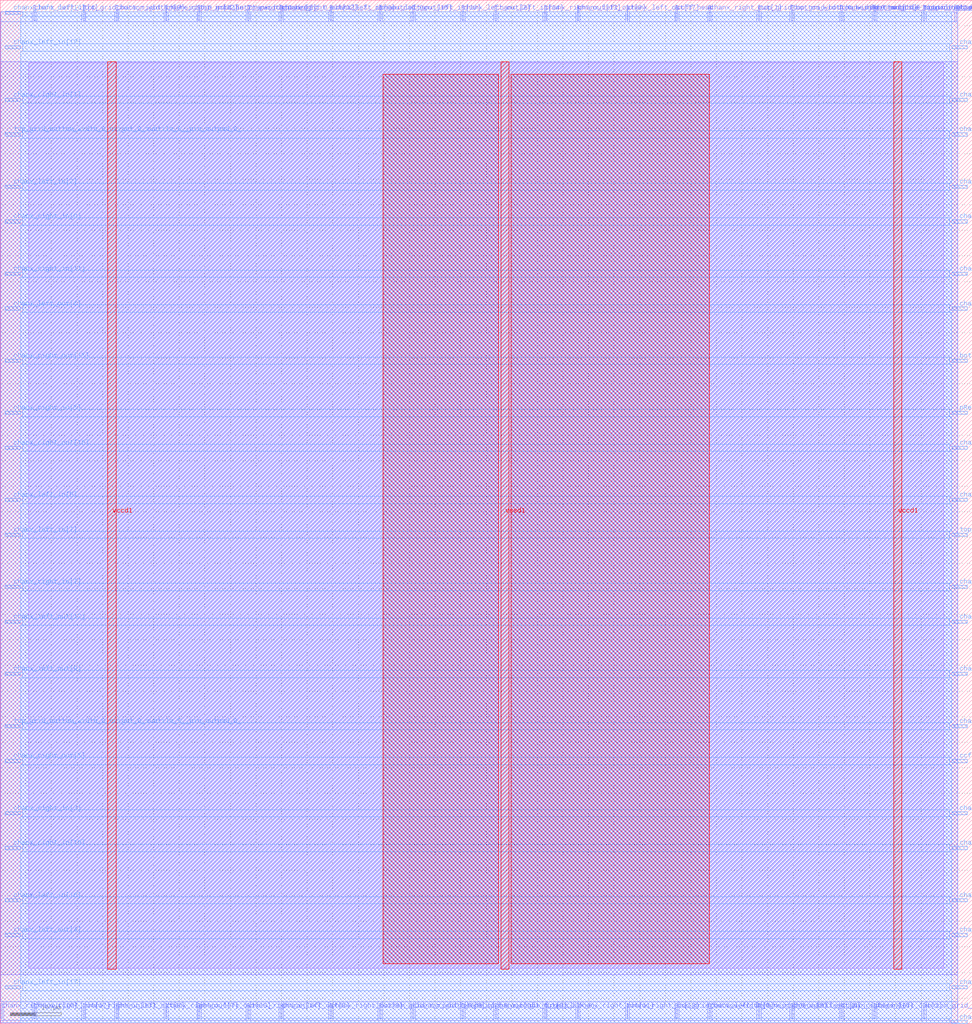
<source format=lef>
VERSION 5.7 ;
  NOWIREEXTENSIONATPIN ON ;
  DIVIDERCHAR "/" ;
  BUSBITCHARS "[]" ;
MACRO cbx_1__4_
  CLASS BLOCK ;
  FOREIGN cbx_1__4_ ;
  ORIGIN 0.000 0.000 ;
  SIZE 190.000 BY 200.000 ;
  PIN bottom_grid_top_width_0_height_0_subtile_0__pin_I_0_
    DIRECTION OUTPUT TRISTATE ;
    USE SIGNAL ;
    PORT
      LAYER met2 ;
        RECT 170.750 196.000 171.030 199.000 ;
    END
  END bottom_grid_top_width_0_height_0_subtile_0__pin_I_0_
  PIN bottom_grid_top_width_0_height_0_subtile_0__pin_I_4_
    DIRECTION OUTPUT TRISTATE ;
    USE SIGNAL ;
    PORT
      LAYER met3 ;
        RECT 186.000 129.240 189.000 129.840 ;
    END
  END bottom_grid_top_width_0_height_0_subtile_0__pin_I_4_
  PIN bottom_grid_top_width_0_height_0_subtile_0__pin_I_8_
    DIRECTION OUTPUT TRISTATE ;
    USE SIGNAL ;
    PORT
      LAYER met2 ;
        RECT 180.410 1.000 180.690 4.000 ;
    END
  END bottom_grid_top_width_0_height_0_subtile_0__pin_I_8_
  PIN bottom_grid_top_width_0_height_0_subtile_0__pin_clk_0_
    DIRECTION OUTPUT TRISTATE ;
    USE SIGNAL ;
    PORT
      LAYER met2 ;
        RECT 74.150 1.000 74.430 4.000 ;
    END
  END bottom_grid_top_width_0_height_0_subtile_0__pin_clk_0_
  PIN ccff_head
    DIRECTION INPUT ;
    USE SIGNAL ;
    PORT
      LAYER met2 ;
        RECT 132.110 196.000 132.390 199.000 ;
    END
  END ccff_head
  PIN ccff_tail
    DIRECTION OUTPUT TRISTATE ;
    USE SIGNAL ;
    PORT
      LAYER met3 ;
        RECT 186.000 51.040 189.000 51.640 ;
    END
  END ccff_tail
  PIN chanx_left_in[0]
    DIRECTION INPUT ;
    USE SIGNAL ;
    PORT
      LAYER met2 ;
        RECT 64.490 196.000 64.770 199.000 ;
    END
  END chanx_left_in[0]
  PIN chanx_left_in[10]
    DIRECTION INPUT ;
    USE SIGNAL ;
    PORT
      LAYER met2 ;
        RECT 80.590 196.000 80.870 199.000 ;
    END
  END chanx_left_in[10]
  PIN chanx_left_in[11]
    DIRECTION INPUT ;
    USE SIGNAL ;
    PORT
      LAYER met3 ;
        RECT 186.000 139.440 189.000 140.040 ;
    END
  END chanx_left_in[11]
  PIN chanx_left_in[12]
    DIRECTION INPUT ;
    USE SIGNAL ;
    PORT
      LAYER met3 ;
        RECT 1.000 190.440 4.000 191.040 ;
    END
  END chanx_left_in[12]
  PIN chanx_left_in[13]
    DIRECTION INPUT ;
    USE SIGNAL ;
    PORT
      LAYER met3 ;
        RECT 186.000 156.440 189.000 157.040 ;
    END
  END chanx_left_in[13]
  PIN chanx_left_in[14]
    DIRECTION INPUT ;
    USE SIGNAL ;
    PORT
      LAYER met2 ;
        RECT 96.690 196.000 96.970 199.000 ;
    END
  END chanx_left_in[14]
  PIN chanx_left_in[15]
    DIRECTION INPUT ;
    USE SIGNAL ;
    PORT
      LAYER met3 ;
        RECT 186.000 173.440 189.000 174.040 ;
    END
  END chanx_left_in[15]
  PIN chanx_left_in[16]
    DIRECTION INPUT ;
    USE SIGNAL ;
    PORT
      LAYER met3 ;
        RECT 1.000 23.840 4.000 24.440 ;
    END
  END chanx_left_in[16]
  PIN chanx_left_in[17]
    DIRECTION INPUT ;
    USE SIGNAL ;
    PORT
      LAYER met3 ;
        RECT 1.000 6.840 4.000 7.440 ;
    END
  END chanx_left_in[17]
  PIN chanx_left_in[18]
    DIRECTION INPUT ;
    USE SIGNAL ;
    PORT
      LAYER met3 ;
        RECT 186.000 180.240 189.000 180.840 ;
    END
  END chanx_left_in[18]
  PIN chanx_left_in[1]
    DIRECTION INPUT ;
    USE SIGNAL ;
    PORT
      LAYER met3 ;
        RECT 186.000 163.240 189.000 163.840 ;
    END
  END chanx_left_in[1]
  PIN chanx_left_in[2]
    DIRECTION INPUT ;
    USE SIGNAL ;
    PORT
      LAYER met3 ;
        RECT 1.000 163.240 4.000 163.840 ;
    END
  END chanx_left_in[2]
  PIN chanx_left_in[3]
    DIRECTION INPUT ;
    USE SIGNAL ;
    PORT
      LAYER met3 ;
        RECT 186.000 23.840 189.000 24.440 ;
    END
  END chanx_left_in[3]
  PIN chanx_left_in[4]
    DIRECTION INPUT ;
    USE SIGNAL ;
    PORT
      LAYER met2 ;
        RECT 6.530 196.000 6.810 199.000 ;
    END
  END chanx_left_in[4]
  PIN chanx_left_in[5]
    DIRECTION INPUT ;
    USE SIGNAL ;
    PORT
      LAYER met3 ;
        RECT 1.000 102.040 4.000 102.640 ;
    END
  END chanx_left_in[5]
  PIN chanx_left_in[6]
    DIRECTION INPUT ;
    USE SIGNAL ;
    PORT
      LAYER met2 ;
        RECT 138.550 1.000 138.830 4.000 ;
    END
  END chanx_left_in[6]
  PIN chanx_left_in[7]
    DIRECTION INPUT ;
    USE SIGNAL ;
    PORT
      LAYER met3 ;
        RECT 1.000 95.240 4.000 95.840 ;
    END
  END chanx_left_in[7]
  PIN chanx_left_in[8]
    DIRECTION INPUT ;
    USE SIGNAL ;
    PORT
      LAYER met3 ;
        RECT 186.000 146.240 189.000 146.840 ;
    END
  END chanx_left_in[8]
  PIN chanx_left_in[9]
    DIRECTION INPUT ;
    USE SIGNAL ;
    PORT
      LAYER met3 ;
        RECT 186.000 0.040 189.000 0.640 ;
    END
  END chanx_left_in[9]
  PIN chanx_left_out[0]
    DIRECTION OUTPUT TRISTATE ;
    USE SIGNAL ;
    PORT
      LAYER met2 ;
        RECT 112.790 196.000 113.070 199.000 ;
    END
  END chanx_left_out[0]
  PIN chanx_left_out[10]
    DIRECTION OUTPUT TRISTATE ;
    USE SIGNAL ;
    PORT
      LAYER met3 ;
        RECT 1.000 197.240 4.000 197.840 ;
    END
  END chanx_left_out[10]
  PIN chanx_left_out[11]
    DIRECTION OUTPUT TRISTATE ;
    USE SIGNAL ;
    PORT
      LAYER met3 ;
        RECT 186.000 85.040 189.000 85.640 ;
    END
  END chanx_left_out[11]
  PIN chanx_left_out[12]
    DIRECTION OUTPUT TRISTATE ;
    USE SIGNAL ;
    PORT
      LAYER met3 ;
        RECT 1.000 78.240 4.000 78.840 ;
    END
  END chanx_left_out[12]
  PIN chanx_left_out[13]
    DIRECTION OUTPUT TRISTATE ;
    USE SIGNAL ;
    PORT
      LAYER met2 ;
        RECT 38.730 1.000 39.010 4.000 ;
    END
  END chanx_left_out[13]
  PIN chanx_left_out[14]
    DIRECTION OUTPUT TRISTATE ;
    USE SIGNAL ;
    PORT
      LAYER met3 ;
        RECT 186.000 102.040 189.000 102.640 ;
    END
  END chanx_left_out[14]
  PIN chanx_left_out[15]
    DIRECTION OUTPUT TRISTATE ;
    USE SIGNAL ;
    PORT
      LAYER met2 ;
        RECT 74.150 196.000 74.430 199.000 ;
    END
  END chanx_left_out[15]
  PIN chanx_left_out[16]
    DIRECTION OUTPUT TRISTATE ;
    USE SIGNAL ;
    PORT
      LAYER met3 ;
        RECT 186.000 40.840 189.000 41.440 ;
    END
  END chanx_left_out[16]
  PIN chanx_left_out[17]
    DIRECTION OUTPUT TRISTATE ;
    USE SIGNAL ;
    PORT
      LAYER met2 ;
        RECT 122.450 196.000 122.730 199.000 ;
    END
  END chanx_left_out[17]
  PIN chanx_left_out[18]
    DIRECTION OUTPUT TRISTATE ;
    USE SIGNAL ;
    PORT
      LAYER met2 ;
        RECT 186.850 196.000 187.130 199.000 ;
    END
  END chanx_left_out[18]
  PIN chanx_left_out[1]
    DIRECTION OUTPUT TRISTATE ;
    USE SIGNAL ;
    PORT
      LAYER met2 ;
        RECT 170.750 1.000 171.030 4.000 ;
    END
  END chanx_left_out[1]
  PIN chanx_left_out[2]
    DIRECTION OUTPUT TRISTATE ;
    USE SIGNAL ;
    PORT
      LAYER met2 ;
        RECT 90.250 196.000 90.530 199.000 ;
    END
  END chanx_left_out[2]
  PIN chanx_left_out[3]
    DIRECTION OUTPUT TRISTATE ;
    USE SIGNAL ;
    PORT
      LAYER met2 ;
        RECT 154.650 1.000 154.930 4.000 ;
    END
  END chanx_left_out[3]
  PIN chanx_left_out[4]
    DIRECTION OUTPUT TRISTATE ;
    USE SIGNAL ;
    PORT
      LAYER met3 ;
        RECT 1.000 17.040 4.000 17.640 ;
    END
  END chanx_left_out[4]
  PIN chanx_left_out[5]
    DIRECTION OUTPUT TRISTATE ;
    USE SIGNAL ;
    PORT
      LAYER met2 ;
        RECT 54.830 1.000 55.110 4.000 ;
    END
  END chanx_left_out[5]
  PIN chanx_left_out[6]
    DIRECTION OUTPUT TRISTATE ;
    USE SIGNAL ;
    PORT
      LAYER met3 ;
        RECT 1.000 139.440 4.000 140.040 ;
    END
  END chanx_left_out[6]
  PIN chanx_left_out[7]
    DIRECTION OUTPUT TRISTATE ;
    USE SIGNAL ;
    PORT
      LAYER met3 ;
        RECT 186.000 78.240 189.000 78.840 ;
    END
  END chanx_left_out[7]
  PIN chanx_left_out[8]
    DIRECTION OUTPUT TRISTATE ;
    USE SIGNAL ;
    PORT
      LAYER met2 ;
        RECT 22.630 1.000 22.910 4.000 ;
    END
  END chanx_left_out[8]
  PIN chanx_left_out[9]
    DIRECTION OUTPUT TRISTATE ;
    USE SIGNAL ;
    PORT
      LAYER met3 ;
        RECT 1.000 68.040 4.000 68.640 ;
    END
  END chanx_left_out[9]
  PIN chanx_right_in[0]
    DIRECTION INPUT ;
    USE SIGNAL ;
    PORT
      LAYER met3 ;
        RECT 1.000 156.440 4.000 157.040 ;
    END
  END chanx_right_in[0]
  PIN chanx_right_in[10]
    DIRECTION INPUT ;
    USE SIGNAL ;
    PORT
      LAYER met3 ;
        RECT 1.000 34.040 4.000 34.640 ;
    END
  END chanx_right_in[10]
  PIN chanx_right_in[11]
    DIRECTION INPUT ;
    USE SIGNAL ;
    PORT
      LAYER met3 ;
        RECT 1.000 146.240 4.000 146.840 ;
    END
  END chanx_right_in[11]
  PIN chanx_right_in[12]
    DIRECTION INPUT ;
    USE SIGNAL ;
    PORT
      LAYER met2 ;
        RECT 32.290 196.000 32.570 199.000 ;
    END
  END chanx_right_in[12]
  PIN chanx_right_in[13]
    DIRECTION INPUT ;
    USE SIGNAL ;
    PORT
      LAYER met2 ;
        RECT 16.190 1.000 16.470 4.000 ;
    END
  END chanx_right_in[13]
  PIN chanx_right_in[14]
    DIRECTION INPUT ;
    USE SIGNAL ;
    PORT
      LAYER met2 ;
        RECT 48.390 1.000 48.670 4.000 ;
    END
  END chanx_right_in[14]
  PIN chanx_right_in[15]
    DIRECTION INPUT ;
    USE SIGNAL ;
    PORT
      LAYER met2 ;
        RECT 164.310 1.000 164.590 4.000 ;
    END
  END chanx_right_in[15]
  PIN chanx_right_in[16]
    DIRECTION INPUT ;
    USE SIGNAL ;
    PORT
      LAYER met3 ;
        RECT 186.000 68.040 189.000 68.640 ;
    END
  END chanx_right_in[16]
  PIN chanx_right_in[17]
    DIRECTION INPUT ;
    USE SIGNAL ;
    PORT
      LAYER met3 ;
        RECT 186.000 34.040 189.000 34.640 ;
    END
  END chanx_right_in[17]
  PIN chanx_right_in[18]
    DIRECTION INPUT ;
    USE SIGNAL ;
    PORT
      LAYER met2 ;
        RECT 122.450 1.000 122.730 4.000 ;
    END
  END chanx_right_in[18]
  PIN chanx_right_in[1]
    DIRECTION INPUT ;
    USE SIGNAL ;
    PORT
      LAYER met3 ;
        RECT 1.000 180.240 4.000 180.840 ;
    END
  END chanx_right_in[1]
  PIN chanx_right_in[2]
    DIRECTION INPUT ;
    USE SIGNAL ;
    PORT
      LAYER met3 ;
        RECT 186.000 6.840 189.000 7.440 ;
    END
  END chanx_right_in[2]
  PIN chanx_right_in[3]
    DIRECTION INPUT ;
    USE SIGNAL ;
    PORT
      LAYER met3 ;
        RECT 1.000 40.840 4.000 41.440 ;
    END
  END chanx_right_in[3]
  PIN chanx_right_in[4]
    DIRECTION INPUT ;
    USE SIGNAL ;
    PORT
      LAYER met3 ;
        RECT 186.000 57.840 189.000 58.440 ;
    END
  END chanx_right_in[4]
  PIN chanx_right_in[5]
    DIRECTION INPUT ;
    USE SIGNAL ;
    PORT
      LAYER met3 ;
        RECT 1.000 119.040 4.000 119.640 ;
    END
  END chanx_right_in[5]
  PIN chanx_right_in[6]
    DIRECTION INPUT ;
    USE SIGNAL ;
    PORT
      LAYER met2 ;
        RECT 148.210 1.000 148.490 4.000 ;
    END
  END chanx_right_in[6]
  PIN chanx_right_in[7]
    DIRECTION INPUT ;
    USE SIGNAL ;
    PORT
      LAYER met3 ;
        RECT 1.000 85.040 4.000 85.640 ;
    END
  END chanx_right_in[7]
  PIN chanx_right_in[8]
    DIRECTION INPUT ;
    USE SIGNAL ;
    PORT
      LAYER met2 ;
        RECT 48.390 196.000 48.670 199.000 ;
    END
  END chanx_right_in[8]
  PIN chanx_right_in[9]
    DIRECTION INPUT ;
    USE SIGNAL ;
    PORT
      LAYER met2 ;
        RECT 22.630 196.000 22.910 199.000 ;
    END
  END chanx_right_in[9]
  PIN chanx_right_out[0]
    DIRECTION OUTPUT TRISTATE ;
    USE SIGNAL ;
    PORT
      LAYER met2 ;
        RECT 90.250 1.000 90.530 4.000 ;
    END
  END chanx_right_out[0]
  PIN chanx_right_out[10]
    DIRECTION OUTPUT TRISTATE ;
    USE SIGNAL ;
    PORT
      LAYER met2 ;
        RECT 0.090 1.000 0.370 4.000 ;
    END
  END chanx_right_out[10]
  PIN chanx_right_out[11]
    DIRECTION OUTPUT TRISTATE ;
    USE SIGNAL ;
    PORT
      LAYER met2 ;
        RECT 112.790 1.000 113.070 4.000 ;
    END
  END chanx_right_out[11]
  PIN chanx_right_out[12]
    DIRECTION OUTPUT TRISTATE ;
    USE SIGNAL ;
    PORT
      LAYER met2 ;
        RECT 54.830 196.000 55.110 199.000 ;
    END
  END chanx_right_out[12]
  PIN chanx_right_out[13]
    DIRECTION OUTPUT TRISTATE ;
    USE SIGNAL ;
    PORT
      LAYER met2 ;
        RECT 106.350 196.000 106.630 199.000 ;
    END
  END chanx_right_out[13]
  PIN chanx_right_out[14]
    DIRECTION OUTPUT TRISTATE ;
    USE SIGNAL ;
    PORT
      LAYER met2 ;
        RECT 164.310 196.000 164.590 199.000 ;
    END
  END chanx_right_out[14]
  PIN chanx_right_out[15]
    DIRECTION OUTPUT TRISTATE ;
    USE SIGNAL ;
    PORT
      LAYER met3 ;
        RECT 1.000 129.240 4.000 129.840 ;
    END
  END chanx_right_out[15]
  PIN chanx_right_out[16]
    DIRECTION OUTPUT TRISTATE ;
    USE SIGNAL ;
    PORT
      LAYER met3 ;
        RECT 1.000 112.240 4.000 112.840 ;
    END
  END chanx_right_out[16]
  PIN chanx_right_out[17]
    DIRECTION OUTPUT TRISTATE ;
    USE SIGNAL ;
    PORT
      LAYER met2 ;
        RECT 6.530 1.000 6.810 4.000 ;
    END
  END chanx_right_out[17]
  PIN chanx_right_out[18]
    DIRECTION OUTPUT TRISTATE ;
    USE SIGNAL ;
    PORT
      LAYER met2 ;
        RECT 180.410 196.000 180.690 199.000 ;
    END
  END chanx_right_out[18]
  PIN chanx_right_out[1]
    DIRECTION OUTPUT TRISTATE ;
    USE SIGNAL ;
    PORT
      LAYER met2 ;
        RECT 138.550 196.000 138.830 199.000 ;
    END
  END chanx_right_out[1]
  PIN chanx_right_out[2]
    DIRECTION OUTPUT TRISTATE ;
    USE SIGNAL ;
    PORT
      LAYER met2 ;
        RECT 80.590 1.000 80.870 4.000 ;
    END
  END chanx_right_out[2]
  PIN chanx_right_out[3]
    DIRECTION OUTPUT TRISTATE ;
    USE SIGNAL ;
    PORT
      LAYER met3 ;
        RECT 186.000 190.440 189.000 191.040 ;
    END
  END chanx_right_out[3]
  PIN chanx_right_out[4]
    DIRECTION OUTPUT TRISTATE ;
    USE SIGNAL ;
    PORT
      LAYER met3 ;
        RECT 186.000 17.040 189.000 17.640 ;
    END
  END chanx_right_out[4]
  PIN chanx_right_out[5]
    DIRECTION OUTPUT TRISTATE ;
    USE SIGNAL ;
    PORT
      LAYER met3 ;
        RECT 1.000 51.040 4.000 51.640 ;
    END
  END chanx_right_out[5]
  PIN chanx_right_out[6]
    DIRECTION OUTPUT TRISTATE ;
    USE SIGNAL ;
    PORT
      LAYER met3 ;
        RECT 186.000 112.240 189.000 112.840 ;
    END
  END chanx_right_out[6]
  PIN chanx_right_out[7]
    DIRECTION OUTPUT TRISTATE ;
    USE SIGNAL ;
    PORT
      LAYER met2 ;
        RECT 32.290 1.000 32.570 4.000 ;
    END
  END chanx_right_out[7]
  PIN chanx_right_out[8]
    DIRECTION OUTPUT TRISTATE ;
    USE SIGNAL ;
    PORT
      LAYER met2 ;
        RECT 64.490 1.000 64.770 4.000 ;
    END
  END chanx_right_out[8]
  PIN chanx_right_out[9]
    DIRECTION OUTPUT TRISTATE ;
    USE SIGNAL ;
    PORT
      LAYER met2 ;
        RECT 96.690 1.000 96.970 4.000 ;
    END
  END chanx_right_out[9]
  PIN pReset
    DIRECTION INPUT ;
    USE SIGNAL ;
    PORT
      LAYER met3 ;
        RECT 186.000 119.040 189.000 119.640 ;
    END
  END pReset
  PIN prog_clk
    DIRECTION INPUT ;
    USE SIGNAL ;
    PORT
      LAYER met2 ;
        RECT 106.350 1.000 106.630 4.000 ;
    END
  END prog_clk
  PIN top_grid_bottom_width_0_height_0_subtile_0__pin_outpad_0_
    DIRECTION OUTPUT TRISTATE ;
    USE SIGNAL ;
    PORT
      LAYER met2 ;
        RECT 154.650 196.000 154.930 199.000 ;
    END
  END top_grid_bottom_width_0_height_0_subtile_0__pin_outpad_0_
  PIN top_grid_bottom_width_0_height_0_subtile_1__pin_outpad_0_
    DIRECTION OUTPUT TRISTATE ;
    USE SIGNAL ;
    PORT
      LAYER met2 ;
        RECT 148.210 196.000 148.490 199.000 ;
    END
  END top_grid_bottom_width_0_height_0_subtile_1__pin_outpad_0_
  PIN top_grid_bottom_width_0_height_0_subtile_2__pin_outpad_0_
    DIRECTION OUTPUT TRISTATE ;
    USE SIGNAL ;
    PORT
      LAYER met2 ;
        RECT 16.190 196.000 16.470 199.000 ;
    END
  END top_grid_bottom_width_0_height_0_subtile_2__pin_outpad_0_
  PIN top_grid_bottom_width_0_height_0_subtile_3__pin_outpad_0_
    DIRECTION OUTPUT TRISTATE ;
    USE SIGNAL ;
    PORT
      LAYER met2 ;
        RECT 38.730 196.000 39.010 199.000 ;
    END
  END top_grid_bottom_width_0_height_0_subtile_3__pin_outpad_0_
  PIN top_grid_bottom_width_0_height_0_subtile_4__pin_outpad_0_
    DIRECTION OUTPUT TRISTATE ;
    USE SIGNAL ;
    PORT
      LAYER met2 ;
        RECT 132.110 1.000 132.390 4.000 ;
    END
  END top_grid_bottom_width_0_height_0_subtile_4__pin_outpad_0_
  PIN top_grid_bottom_width_0_height_0_subtile_5__pin_outpad_0_
    DIRECTION OUTPUT TRISTATE ;
    USE SIGNAL ;
    PORT
      LAYER met3 ;
        RECT 1.000 57.840 4.000 58.440 ;
    END
  END top_grid_bottom_width_0_height_0_subtile_5__pin_outpad_0_
  PIN top_grid_bottom_width_0_height_0_subtile_6__pin_outpad_0_
    DIRECTION OUTPUT TRISTATE ;
    USE SIGNAL ;
    PORT
      LAYER met3 ;
        RECT 1.000 173.440 4.000 174.040 ;
    END
  END top_grid_bottom_width_0_height_0_subtile_6__pin_outpad_0_
  PIN top_grid_bottom_width_0_height_0_subtile_7__pin_outpad_0_
    DIRECTION OUTPUT TRISTATE ;
    USE SIGNAL ;
    PORT
      LAYER met3 ;
        RECT 186.000 95.240 189.000 95.840 ;
    END
  END top_grid_bottom_width_0_height_0_subtile_7__pin_outpad_0_
  PIN vccd1
    DIRECTION INOUT ;
    USE POWER ;
    PORT
      LAYER met4 ;
        RECT 21.040 10.640 22.640 187.920 ;
    END
    PORT
      LAYER met4 ;
        RECT 174.640 10.640 176.240 187.920 ;
    END
  END vccd1
  PIN vssd1
    DIRECTION INOUT ;
    USE GROUND ;
    PORT
      LAYER met4 ;
        RECT 97.840 10.640 99.440 187.920 ;
    END
  END vssd1
  OBS
      LAYER li1 ;
        RECT 5.520 10.795 184.460 187.765 ;
      LAYER met1 ;
        RECT 0.070 9.560 187.150 187.920 ;
      LAYER met2 ;
        RECT 0.100 195.720 6.250 197.725 ;
        RECT 7.090 195.720 15.910 197.725 ;
        RECT 16.750 195.720 22.350 197.725 ;
        RECT 23.190 195.720 32.010 197.725 ;
        RECT 32.850 195.720 38.450 197.725 ;
        RECT 39.290 195.720 48.110 197.725 ;
        RECT 48.950 195.720 54.550 197.725 ;
        RECT 55.390 195.720 64.210 197.725 ;
        RECT 65.050 195.720 73.870 197.725 ;
        RECT 74.710 195.720 80.310 197.725 ;
        RECT 81.150 195.720 89.970 197.725 ;
        RECT 90.810 195.720 96.410 197.725 ;
        RECT 97.250 195.720 106.070 197.725 ;
        RECT 106.910 195.720 112.510 197.725 ;
        RECT 113.350 195.720 122.170 197.725 ;
        RECT 123.010 195.720 131.830 197.725 ;
        RECT 132.670 195.720 138.270 197.725 ;
        RECT 139.110 195.720 147.930 197.725 ;
        RECT 148.770 195.720 154.370 197.725 ;
        RECT 155.210 195.720 164.030 197.725 ;
        RECT 164.870 195.720 170.470 197.725 ;
        RECT 171.310 195.720 180.130 197.725 ;
        RECT 180.970 195.720 186.570 197.725 ;
        RECT 0.100 4.280 187.120 195.720 ;
        RECT 0.650 0.720 6.250 4.280 ;
        RECT 7.090 0.720 15.910 4.280 ;
        RECT 16.750 0.720 22.350 4.280 ;
        RECT 23.190 0.720 32.010 4.280 ;
        RECT 32.850 0.720 38.450 4.280 ;
        RECT 39.290 0.720 48.110 4.280 ;
        RECT 48.950 0.720 54.550 4.280 ;
        RECT 55.390 0.720 64.210 4.280 ;
        RECT 65.050 0.720 73.870 4.280 ;
        RECT 74.710 0.720 80.310 4.280 ;
        RECT 81.150 0.720 89.970 4.280 ;
        RECT 90.810 0.720 96.410 4.280 ;
        RECT 97.250 0.720 106.070 4.280 ;
        RECT 106.910 0.720 112.510 4.280 ;
        RECT 113.350 0.720 122.170 4.280 ;
        RECT 123.010 0.720 131.830 4.280 ;
        RECT 132.670 0.720 138.270 4.280 ;
        RECT 139.110 0.720 147.930 4.280 ;
        RECT 148.770 0.720 154.370 4.280 ;
        RECT 155.210 0.720 164.030 4.280 ;
        RECT 164.870 0.720 170.470 4.280 ;
        RECT 171.310 0.720 180.130 4.280 ;
        RECT 180.970 0.720 187.120 4.280 ;
        RECT 0.100 0.155 187.120 0.720 ;
      LAYER met3 ;
        RECT 4.400 196.840 186.000 197.705 ;
        RECT 4.000 191.440 186.000 196.840 ;
        RECT 4.400 190.040 185.600 191.440 ;
        RECT 4.000 181.240 186.000 190.040 ;
        RECT 4.400 179.840 185.600 181.240 ;
        RECT 4.000 174.440 186.000 179.840 ;
        RECT 4.400 173.040 185.600 174.440 ;
        RECT 4.000 164.240 186.000 173.040 ;
        RECT 4.400 162.840 185.600 164.240 ;
        RECT 4.000 157.440 186.000 162.840 ;
        RECT 4.400 156.040 185.600 157.440 ;
        RECT 4.000 147.240 186.000 156.040 ;
        RECT 4.400 145.840 185.600 147.240 ;
        RECT 4.000 140.440 186.000 145.840 ;
        RECT 4.400 139.040 185.600 140.440 ;
        RECT 4.000 130.240 186.000 139.040 ;
        RECT 4.400 128.840 185.600 130.240 ;
        RECT 4.000 120.040 186.000 128.840 ;
        RECT 4.400 118.640 185.600 120.040 ;
        RECT 4.000 113.240 186.000 118.640 ;
        RECT 4.400 111.840 185.600 113.240 ;
        RECT 4.000 103.040 186.000 111.840 ;
        RECT 4.400 101.640 185.600 103.040 ;
        RECT 4.000 96.240 186.000 101.640 ;
        RECT 4.400 94.840 185.600 96.240 ;
        RECT 4.000 86.040 186.000 94.840 ;
        RECT 4.400 84.640 185.600 86.040 ;
        RECT 4.000 79.240 186.000 84.640 ;
        RECT 4.400 77.840 185.600 79.240 ;
        RECT 4.000 69.040 186.000 77.840 ;
        RECT 4.400 67.640 185.600 69.040 ;
        RECT 4.000 58.840 186.000 67.640 ;
        RECT 4.400 57.440 185.600 58.840 ;
        RECT 4.000 52.040 186.000 57.440 ;
        RECT 4.400 50.640 185.600 52.040 ;
        RECT 4.000 41.840 186.000 50.640 ;
        RECT 4.400 40.440 185.600 41.840 ;
        RECT 4.000 35.040 186.000 40.440 ;
        RECT 4.400 33.640 185.600 35.040 ;
        RECT 4.000 24.840 186.000 33.640 ;
        RECT 4.400 23.440 185.600 24.840 ;
        RECT 4.000 18.040 186.000 23.440 ;
        RECT 4.400 16.640 185.600 18.040 ;
        RECT 4.000 7.840 186.000 16.640 ;
        RECT 4.400 6.440 185.600 7.840 ;
        RECT 4.000 1.040 186.000 6.440 ;
        RECT 4.000 0.175 185.600 1.040 ;
      LAYER met4 ;
        RECT 74.815 11.735 97.440 185.465 ;
        RECT 99.840 11.735 138.625 185.465 ;
  END
END cbx_1__4_
END LIBRARY


</source>
